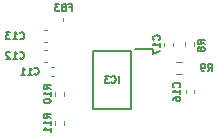
<source format=gbr>
%TF.GenerationSoftware,KiCad,Pcbnew,7.0.10*%
%TF.CreationDate,2024-02-25T20:31:22-06:00*%
%TF.ProjectId,IFBoard,4946426f-6172-4642-9e6b-696361645f70,rev?*%
%TF.SameCoordinates,Original*%
%TF.FileFunction,Legend,Bot*%
%TF.FilePolarity,Positive*%
%FSLAX46Y46*%
G04 Gerber Fmt 4.6, Leading zero omitted, Abs format (unit mm)*
G04 Created by KiCad (PCBNEW 7.0.10) date 2024-02-25 20:31:22*
%MOMM*%
%LPD*%
G01*
G04 APERTURE LIST*
%ADD10C,0.150000*%
%ADD11C,0.120000*%
%ADD12C,0.050000*%
%ADD13C,0.200000*%
G04 APERTURE END LIST*
D10*
X117112628Y-121014285D02*
X117141200Y-120985713D01*
X117141200Y-120985713D02*
X117169771Y-120899999D01*
X117169771Y-120899999D02*
X117169771Y-120842856D01*
X117169771Y-120842856D02*
X117141200Y-120757142D01*
X117141200Y-120757142D02*
X117084057Y-120699999D01*
X117084057Y-120699999D02*
X117026914Y-120671428D01*
X117026914Y-120671428D02*
X116912628Y-120642856D01*
X116912628Y-120642856D02*
X116826914Y-120642856D01*
X116826914Y-120642856D02*
X116712628Y-120671428D01*
X116712628Y-120671428D02*
X116655485Y-120699999D01*
X116655485Y-120699999D02*
X116598342Y-120757142D01*
X116598342Y-120757142D02*
X116569771Y-120842856D01*
X116569771Y-120842856D02*
X116569771Y-120899999D01*
X116569771Y-120899999D02*
X116598342Y-120985713D01*
X116598342Y-120985713D02*
X116626914Y-121014285D01*
X117169771Y-121585713D02*
X117169771Y-121242856D01*
X117169771Y-121414285D02*
X116569771Y-121414285D01*
X116569771Y-121414285D02*
X116655485Y-121357142D01*
X116655485Y-121357142D02*
X116712628Y-121299999D01*
X116712628Y-121299999D02*
X116741200Y-121242856D01*
X116569771Y-122100000D02*
X116569771Y-121985714D01*
X116569771Y-121985714D02*
X116598342Y-121928571D01*
X116598342Y-121928571D02*
X116626914Y-121900000D01*
X116626914Y-121900000D02*
X116712628Y-121842857D01*
X116712628Y-121842857D02*
X116826914Y-121814285D01*
X116826914Y-121814285D02*
X117055485Y-121814285D01*
X117055485Y-121814285D02*
X117112628Y-121842857D01*
X117112628Y-121842857D02*
X117141200Y-121871428D01*
X117141200Y-121871428D02*
X117169771Y-121928571D01*
X117169771Y-121928571D02*
X117169771Y-122042857D01*
X117169771Y-122042857D02*
X117141200Y-122100000D01*
X117141200Y-122100000D02*
X117112628Y-122128571D01*
X117112628Y-122128571D02*
X117055485Y-122157142D01*
X117055485Y-122157142D02*
X116912628Y-122157142D01*
X116912628Y-122157142D02*
X116855485Y-122128571D01*
X116855485Y-122128571D02*
X116826914Y-122100000D01*
X116826914Y-122100000D02*
X116798342Y-122042857D01*
X116798342Y-122042857D02*
X116798342Y-121928571D01*
X116798342Y-121928571D02*
X116826914Y-121871428D01*
X116826914Y-121871428D02*
X116855485Y-121842857D01*
X116855485Y-121842857D02*
X116912628Y-121814285D01*
X106219771Y-121214285D02*
X105934057Y-121014285D01*
X106219771Y-120871428D02*
X105619771Y-120871428D01*
X105619771Y-120871428D02*
X105619771Y-121099999D01*
X105619771Y-121099999D02*
X105648342Y-121157142D01*
X105648342Y-121157142D02*
X105676914Y-121185713D01*
X105676914Y-121185713D02*
X105734057Y-121214285D01*
X105734057Y-121214285D02*
X105819771Y-121214285D01*
X105819771Y-121214285D02*
X105876914Y-121185713D01*
X105876914Y-121185713D02*
X105905485Y-121157142D01*
X105905485Y-121157142D02*
X105934057Y-121099999D01*
X105934057Y-121099999D02*
X105934057Y-120871428D01*
X106219771Y-121785713D02*
X106219771Y-121442856D01*
X106219771Y-121614285D02*
X105619771Y-121614285D01*
X105619771Y-121614285D02*
X105705485Y-121557142D01*
X105705485Y-121557142D02*
X105762628Y-121499999D01*
X105762628Y-121499999D02*
X105791200Y-121442856D01*
X105619771Y-122157142D02*
X105619771Y-122214285D01*
X105619771Y-122214285D02*
X105648342Y-122271428D01*
X105648342Y-122271428D02*
X105676914Y-122300000D01*
X105676914Y-122300000D02*
X105734057Y-122328571D01*
X105734057Y-122328571D02*
X105848342Y-122357142D01*
X105848342Y-122357142D02*
X105991200Y-122357142D01*
X105991200Y-122357142D02*
X106105485Y-122328571D01*
X106105485Y-122328571D02*
X106162628Y-122300000D01*
X106162628Y-122300000D02*
X106191200Y-122271428D01*
X106191200Y-122271428D02*
X106219771Y-122214285D01*
X106219771Y-122214285D02*
X106219771Y-122157142D01*
X106219771Y-122157142D02*
X106191200Y-122100000D01*
X106191200Y-122100000D02*
X106162628Y-122071428D01*
X106162628Y-122071428D02*
X106105485Y-122042857D01*
X106105485Y-122042857D02*
X105991200Y-122014285D01*
X105991200Y-122014285D02*
X105848342Y-122014285D01*
X105848342Y-122014285D02*
X105734057Y-122042857D01*
X105734057Y-122042857D02*
X105676914Y-122071428D01*
X105676914Y-122071428D02*
X105648342Y-122100000D01*
X105648342Y-122100000D02*
X105619771Y-122157142D01*
X107799999Y-114255485D02*
X107999999Y-114255485D01*
X107999999Y-114569771D02*
X107999999Y-113969771D01*
X107999999Y-113969771D02*
X107714285Y-113969771D01*
X107285713Y-114255485D02*
X107199999Y-114284057D01*
X107199999Y-114284057D02*
X107171428Y-114312628D01*
X107171428Y-114312628D02*
X107142856Y-114369771D01*
X107142856Y-114369771D02*
X107142856Y-114455485D01*
X107142856Y-114455485D02*
X107171428Y-114512628D01*
X107171428Y-114512628D02*
X107199999Y-114541200D01*
X107199999Y-114541200D02*
X107257142Y-114569771D01*
X107257142Y-114569771D02*
X107485713Y-114569771D01*
X107485713Y-114569771D02*
X107485713Y-113969771D01*
X107485713Y-113969771D02*
X107285713Y-113969771D01*
X107285713Y-113969771D02*
X107228571Y-113998342D01*
X107228571Y-113998342D02*
X107199999Y-114026914D01*
X107199999Y-114026914D02*
X107171428Y-114084057D01*
X107171428Y-114084057D02*
X107171428Y-114141200D01*
X107171428Y-114141200D02*
X107199999Y-114198342D01*
X107199999Y-114198342D02*
X107228571Y-114226914D01*
X107228571Y-114226914D02*
X107285713Y-114255485D01*
X107285713Y-114255485D02*
X107485713Y-114255485D01*
X106942856Y-113969771D02*
X106571428Y-113969771D01*
X106571428Y-113969771D02*
X106771428Y-114198342D01*
X106771428Y-114198342D02*
X106685713Y-114198342D01*
X106685713Y-114198342D02*
X106628571Y-114226914D01*
X106628571Y-114226914D02*
X106599999Y-114255485D01*
X106599999Y-114255485D02*
X106571428Y-114312628D01*
X106571428Y-114312628D02*
X106571428Y-114455485D01*
X106571428Y-114455485D02*
X106599999Y-114512628D01*
X106599999Y-114512628D02*
X106628571Y-114541200D01*
X106628571Y-114541200D02*
X106685713Y-114569771D01*
X106685713Y-114569771D02*
X106857142Y-114569771D01*
X106857142Y-114569771D02*
X106914285Y-114541200D01*
X106914285Y-114541200D02*
X106942856Y-114512628D01*
X119499999Y-119669771D02*
X119699999Y-119384057D01*
X119842856Y-119669771D02*
X119842856Y-119069771D01*
X119842856Y-119069771D02*
X119614285Y-119069771D01*
X119614285Y-119069771D02*
X119557142Y-119098342D01*
X119557142Y-119098342D02*
X119528571Y-119126914D01*
X119528571Y-119126914D02*
X119499999Y-119184057D01*
X119499999Y-119184057D02*
X119499999Y-119269771D01*
X119499999Y-119269771D02*
X119528571Y-119326914D01*
X119528571Y-119326914D02*
X119557142Y-119355485D01*
X119557142Y-119355485D02*
X119614285Y-119384057D01*
X119614285Y-119384057D02*
X119842856Y-119384057D01*
X119214285Y-119669771D02*
X119099999Y-119669771D01*
X119099999Y-119669771D02*
X119042856Y-119641200D01*
X119042856Y-119641200D02*
X119014285Y-119612628D01*
X119014285Y-119612628D02*
X118957142Y-119526914D01*
X118957142Y-119526914D02*
X118928571Y-119412628D01*
X118928571Y-119412628D02*
X118928571Y-119184057D01*
X118928571Y-119184057D02*
X118957142Y-119126914D01*
X118957142Y-119126914D02*
X118985714Y-119098342D01*
X118985714Y-119098342D02*
X119042856Y-119069771D01*
X119042856Y-119069771D02*
X119157142Y-119069771D01*
X119157142Y-119069771D02*
X119214285Y-119098342D01*
X119214285Y-119098342D02*
X119242856Y-119126914D01*
X119242856Y-119126914D02*
X119271428Y-119184057D01*
X119271428Y-119184057D02*
X119271428Y-119326914D01*
X119271428Y-119326914D02*
X119242856Y-119384057D01*
X119242856Y-119384057D02*
X119214285Y-119412628D01*
X119214285Y-119412628D02*
X119157142Y-119441200D01*
X119157142Y-119441200D02*
X119042856Y-119441200D01*
X119042856Y-119441200D02*
X118985714Y-119412628D01*
X118985714Y-119412628D02*
X118957142Y-119384057D01*
X118957142Y-119384057D02*
X118928571Y-119326914D01*
X111985713Y-120669771D02*
X111985713Y-120069771D01*
X111357142Y-120612628D02*
X111385714Y-120641200D01*
X111385714Y-120641200D02*
X111471428Y-120669771D01*
X111471428Y-120669771D02*
X111528571Y-120669771D01*
X111528571Y-120669771D02*
X111614285Y-120641200D01*
X111614285Y-120641200D02*
X111671428Y-120584057D01*
X111671428Y-120584057D02*
X111699999Y-120526914D01*
X111699999Y-120526914D02*
X111728571Y-120412628D01*
X111728571Y-120412628D02*
X111728571Y-120326914D01*
X111728571Y-120326914D02*
X111699999Y-120212628D01*
X111699999Y-120212628D02*
X111671428Y-120155485D01*
X111671428Y-120155485D02*
X111614285Y-120098342D01*
X111614285Y-120098342D02*
X111528571Y-120069771D01*
X111528571Y-120069771D02*
X111471428Y-120069771D01*
X111471428Y-120069771D02*
X111385714Y-120098342D01*
X111385714Y-120098342D02*
X111357142Y-120126914D01*
X111157142Y-120069771D02*
X110785714Y-120069771D01*
X110785714Y-120069771D02*
X110985714Y-120298342D01*
X110985714Y-120298342D02*
X110899999Y-120298342D01*
X110899999Y-120298342D02*
X110842857Y-120326914D01*
X110842857Y-120326914D02*
X110814285Y-120355485D01*
X110814285Y-120355485D02*
X110785714Y-120412628D01*
X110785714Y-120412628D02*
X110785714Y-120555485D01*
X110785714Y-120555485D02*
X110814285Y-120612628D01*
X110814285Y-120612628D02*
X110842857Y-120641200D01*
X110842857Y-120641200D02*
X110899999Y-120669771D01*
X110899999Y-120669771D02*
X111071428Y-120669771D01*
X111071428Y-120669771D02*
X111128571Y-120641200D01*
X111128571Y-120641200D02*
X111157142Y-120612628D01*
X103585714Y-118562628D02*
X103614286Y-118591200D01*
X103614286Y-118591200D02*
X103700000Y-118619771D01*
X103700000Y-118619771D02*
X103757143Y-118619771D01*
X103757143Y-118619771D02*
X103842857Y-118591200D01*
X103842857Y-118591200D02*
X103900000Y-118534057D01*
X103900000Y-118534057D02*
X103928571Y-118476914D01*
X103928571Y-118476914D02*
X103957143Y-118362628D01*
X103957143Y-118362628D02*
X103957143Y-118276914D01*
X103957143Y-118276914D02*
X103928571Y-118162628D01*
X103928571Y-118162628D02*
X103900000Y-118105485D01*
X103900000Y-118105485D02*
X103842857Y-118048342D01*
X103842857Y-118048342D02*
X103757143Y-118019771D01*
X103757143Y-118019771D02*
X103700000Y-118019771D01*
X103700000Y-118019771D02*
X103614286Y-118048342D01*
X103614286Y-118048342D02*
X103585714Y-118076914D01*
X103014286Y-118619771D02*
X103357143Y-118619771D01*
X103185714Y-118619771D02*
X103185714Y-118019771D01*
X103185714Y-118019771D02*
X103242857Y-118105485D01*
X103242857Y-118105485D02*
X103300000Y-118162628D01*
X103300000Y-118162628D02*
X103357143Y-118191200D01*
X102785714Y-118076914D02*
X102757142Y-118048342D01*
X102757142Y-118048342D02*
X102700000Y-118019771D01*
X102700000Y-118019771D02*
X102557142Y-118019771D01*
X102557142Y-118019771D02*
X102500000Y-118048342D01*
X102500000Y-118048342D02*
X102471428Y-118076914D01*
X102471428Y-118076914D02*
X102442857Y-118134057D01*
X102442857Y-118134057D02*
X102442857Y-118191200D01*
X102442857Y-118191200D02*
X102471428Y-118276914D01*
X102471428Y-118276914D02*
X102814285Y-118619771D01*
X102814285Y-118619771D02*
X102442857Y-118619771D01*
X104835714Y-119912628D02*
X104864286Y-119941200D01*
X104864286Y-119941200D02*
X104950000Y-119969771D01*
X104950000Y-119969771D02*
X105007143Y-119969771D01*
X105007143Y-119969771D02*
X105092857Y-119941200D01*
X105092857Y-119941200D02*
X105150000Y-119884057D01*
X105150000Y-119884057D02*
X105178571Y-119826914D01*
X105178571Y-119826914D02*
X105207143Y-119712628D01*
X105207143Y-119712628D02*
X105207143Y-119626914D01*
X105207143Y-119626914D02*
X105178571Y-119512628D01*
X105178571Y-119512628D02*
X105150000Y-119455485D01*
X105150000Y-119455485D02*
X105092857Y-119398342D01*
X105092857Y-119398342D02*
X105007143Y-119369771D01*
X105007143Y-119369771D02*
X104950000Y-119369771D01*
X104950000Y-119369771D02*
X104864286Y-119398342D01*
X104864286Y-119398342D02*
X104835714Y-119426914D01*
X104264286Y-119969771D02*
X104607143Y-119969771D01*
X104435714Y-119969771D02*
X104435714Y-119369771D01*
X104435714Y-119369771D02*
X104492857Y-119455485D01*
X104492857Y-119455485D02*
X104550000Y-119512628D01*
X104550000Y-119512628D02*
X104607143Y-119541200D01*
X103692857Y-119969771D02*
X104035714Y-119969771D01*
X103864285Y-119969771D02*
X103864285Y-119369771D01*
X103864285Y-119369771D02*
X103921428Y-119455485D01*
X103921428Y-119455485D02*
X103978571Y-119512628D01*
X103978571Y-119512628D02*
X104035714Y-119541200D01*
X106219771Y-123664285D02*
X105934057Y-123464285D01*
X106219771Y-123321428D02*
X105619771Y-123321428D01*
X105619771Y-123321428D02*
X105619771Y-123549999D01*
X105619771Y-123549999D02*
X105648342Y-123607142D01*
X105648342Y-123607142D02*
X105676914Y-123635713D01*
X105676914Y-123635713D02*
X105734057Y-123664285D01*
X105734057Y-123664285D02*
X105819771Y-123664285D01*
X105819771Y-123664285D02*
X105876914Y-123635713D01*
X105876914Y-123635713D02*
X105905485Y-123607142D01*
X105905485Y-123607142D02*
X105934057Y-123549999D01*
X105934057Y-123549999D02*
X105934057Y-123321428D01*
X106219771Y-124235713D02*
X106219771Y-123892856D01*
X106219771Y-124064285D02*
X105619771Y-124064285D01*
X105619771Y-124064285D02*
X105705485Y-124007142D01*
X105705485Y-124007142D02*
X105762628Y-123949999D01*
X105762628Y-123949999D02*
X105791200Y-123892856D01*
X106219771Y-124807142D02*
X106219771Y-124464285D01*
X106219771Y-124635714D02*
X105619771Y-124635714D01*
X105619771Y-124635714D02*
X105705485Y-124578571D01*
X105705485Y-124578571D02*
X105762628Y-124521428D01*
X105762628Y-124521428D02*
X105791200Y-124464285D01*
X103585714Y-116912628D02*
X103614286Y-116941200D01*
X103614286Y-116941200D02*
X103700000Y-116969771D01*
X103700000Y-116969771D02*
X103757143Y-116969771D01*
X103757143Y-116969771D02*
X103842857Y-116941200D01*
X103842857Y-116941200D02*
X103900000Y-116884057D01*
X103900000Y-116884057D02*
X103928571Y-116826914D01*
X103928571Y-116826914D02*
X103957143Y-116712628D01*
X103957143Y-116712628D02*
X103957143Y-116626914D01*
X103957143Y-116626914D02*
X103928571Y-116512628D01*
X103928571Y-116512628D02*
X103900000Y-116455485D01*
X103900000Y-116455485D02*
X103842857Y-116398342D01*
X103842857Y-116398342D02*
X103757143Y-116369771D01*
X103757143Y-116369771D02*
X103700000Y-116369771D01*
X103700000Y-116369771D02*
X103614286Y-116398342D01*
X103614286Y-116398342D02*
X103585714Y-116426914D01*
X103014286Y-116969771D02*
X103357143Y-116969771D01*
X103185714Y-116969771D02*
X103185714Y-116369771D01*
X103185714Y-116369771D02*
X103242857Y-116455485D01*
X103242857Y-116455485D02*
X103300000Y-116512628D01*
X103300000Y-116512628D02*
X103357143Y-116541200D01*
X102814285Y-116369771D02*
X102442857Y-116369771D01*
X102442857Y-116369771D02*
X102642857Y-116598342D01*
X102642857Y-116598342D02*
X102557142Y-116598342D01*
X102557142Y-116598342D02*
X102500000Y-116626914D01*
X102500000Y-116626914D02*
X102471428Y-116655485D01*
X102471428Y-116655485D02*
X102442857Y-116712628D01*
X102442857Y-116712628D02*
X102442857Y-116855485D01*
X102442857Y-116855485D02*
X102471428Y-116912628D01*
X102471428Y-116912628D02*
X102500000Y-116941200D01*
X102500000Y-116941200D02*
X102557142Y-116969771D01*
X102557142Y-116969771D02*
X102728571Y-116969771D01*
X102728571Y-116969771D02*
X102785714Y-116941200D01*
X102785714Y-116941200D02*
X102814285Y-116912628D01*
X115412628Y-117014285D02*
X115441200Y-116985713D01*
X115441200Y-116985713D02*
X115469771Y-116899999D01*
X115469771Y-116899999D02*
X115469771Y-116842856D01*
X115469771Y-116842856D02*
X115441200Y-116757142D01*
X115441200Y-116757142D02*
X115384057Y-116699999D01*
X115384057Y-116699999D02*
X115326914Y-116671428D01*
X115326914Y-116671428D02*
X115212628Y-116642856D01*
X115212628Y-116642856D02*
X115126914Y-116642856D01*
X115126914Y-116642856D02*
X115012628Y-116671428D01*
X115012628Y-116671428D02*
X114955485Y-116699999D01*
X114955485Y-116699999D02*
X114898342Y-116757142D01*
X114898342Y-116757142D02*
X114869771Y-116842856D01*
X114869771Y-116842856D02*
X114869771Y-116899999D01*
X114869771Y-116899999D02*
X114898342Y-116985713D01*
X114898342Y-116985713D02*
X114926914Y-117014285D01*
X115469771Y-117585713D02*
X115469771Y-117242856D01*
X115469771Y-117414285D02*
X114869771Y-117414285D01*
X114869771Y-117414285D02*
X114955485Y-117357142D01*
X114955485Y-117357142D02*
X115012628Y-117299999D01*
X115012628Y-117299999D02*
X115041200Y-117242856D01*
X114869771Y-117785714D02*
X114869771Y-118185714D01*
X114869771Y-118185714D02*
X115469771Y-117928571D01*
X119269771Y-117402500D02*
X118984057Y-117202500D01*
X119269771Y-117059643D02*
X118669771Y-117059643D01*
X118669771Y-117059643D02*
X118669771Y-117288214D01*
X118669771Y-117288214D02*
X118698342Y-117345357D01*
X118698342Y-117345357D02*
X118726914Y-117373928D01*
X118726914Y-117373928D02*
X118784057Y-117402500D01*
X118784057Y-117402500D02*
X118869771Y-117402500D01*
X118869771Y-117402500D02*
X118926914Y-117373928D01*
X118926914Y-117373928D02*
X118955485Y-117345357D01*
X118955485Y-117345357D02*
X118984057Y-117288214D01*
X118984057Y-117288214D02*
X118984057Y-117059643D01*
X118926914Y-117745357D02*
X118898342Y-117688214D01*
X118898342Y-117688214D02*
X118869771Y-117659643D01*
X118869771Y-117659643D02*
X118812628Y-117631071D01*
X118812628Y-117631071D02*
X118784057Y-117631071D01*
X118784057Y-117631071D02*
X118726914Y-117659643D01*
X118726914Y-117659643D02*
X118698342Y-117688214D01*
X118698342Y-117688214D02*
X118669771Y-117745357D01*
X118669771Y-117745357D02*
X118669771Y-117859643D01*
X118669771Y-117859643D02*
X118698342Y-117916786D01*
X118698342Y-117916786D02*
X118726914Y-117945357D01*
X118726914Y-117945357D02*
X118784057Y-117973928D01*
X118784057Y-117973928D02*
X118812628Y-117973928D01*
X118812628Y-117973928D02*
X118869771Y-117945357D01*
X118869771Y-117945357D02*
X118898342Y-117916786D01*
X118898342Y-117916786D02*
X118926914Y-117859643D01*
X118926914Y-117859643D02*
X118926914Y-117745357D01*
X118926914Y-117745357D02*
X118955485Y-117688214D01*
X118955485Y-117688214D02*
X118984057Y-117659643D01*
X118984057Y-117659643D02*
X119041200Y-117631071D01*
X119041200Y-117631071D02*
X119155485Y-117631071D01*
X119155485Y-117631071D02*
X119212628Y-117659643D01*
X119212628Y-117659643D02*
X119241200Y-117688214D01*
X119241200Y-117688214D02*
X119269771Y-117745357D01*
X119269771Y-117745357D02*
X119269771Y-117859643D01*
X119269771Y-117859643D02*
X119241200Y-117916786D01*
X119241200Y-117916786D02*
X119212628Y-117945357D01*
X119212628Y-117945357D02*
X119155485Y-117973928D01*
X119155485Y-117973928D02*
X119041200Y-117973928D01*
X119041200Y-117973928D02*
X118984057Y-117945357D01*
X118984057Y-117945357D02*
X118955485Y-117916786D01*
X118955485Y-117916786D02*
X118926914Y-117859643D01*
D11*
%TO.C,C16*%
X118360000Y-121284165D02*
X118360000Y-121515835D01*
X117640000Y-121284165D02*
X117640000Y-121515835D01*
%TO.C,R10*%
X106620000Y-121767621D02*
X106620000Y-121432379D01*
X107380000Y-121767621D02*
X107380000Y-121432379D01*
D12*
%TO.C,FB3*%
X107300000Y-115450000D02*
X107300000Y-115150000D01*
D11*
%TO.C,R9*%
X117354724Y-119922500D02*
X116845276Y-119922500D01*
X117354724Y-118877500D02*
X116845276Y-118877500D01*
D13*
%TO.C,IC3*%
X114875000Y-117820000D02*
X113350000Y-117820000D01*
X113000000Y-122851000D02*
X113000000Y-117949000D01*
X113000000Y-117949000D02*
X109800000Y-117949000D01*
X109800000Y-122851000D02*
X113000000Y-122851000D01*
X109800000Y-117949000D02*
X109800000Y-122851000D01*
D11*
%TO.C,C12*%
X105946267Y-118860000D02*
X105653733Y-118860000D01*
X105946267Y-117840000D02*
X105653733Y-117840000D01*
%TO.C,C11*%
X106515835Y-120060000D02*
X106284165Y-120060000D01*
X106515835Y-119340000D02*
X106284165Y-119340000D01*
%TO.C,R11*%
X106620000Y-124217621D02*
X106620000Y-123882379D01*
X107380000Y-124217621D02*
X107380000Y-123882379D01*
%TO.C,C13*%
X105946267Y-117210000D02*
X105653733Y-117210000D01*
X105946267Y-116190000D02*
X105653733Y-116190000D01*
%TO.C,C17*%
X115840000Y-117515835D02*
X115840000Y-117284165D01*
X116560000Y-117515835D02*
X116560000Y-117284165D01*
%TO.C,R8*%
X118380000Y-117232379D02*
X118380000Y-117567621D01*
X117620000Y-117232379D02*
X117620000Y-117567621D01*
%TD*%
M02*

</source>
